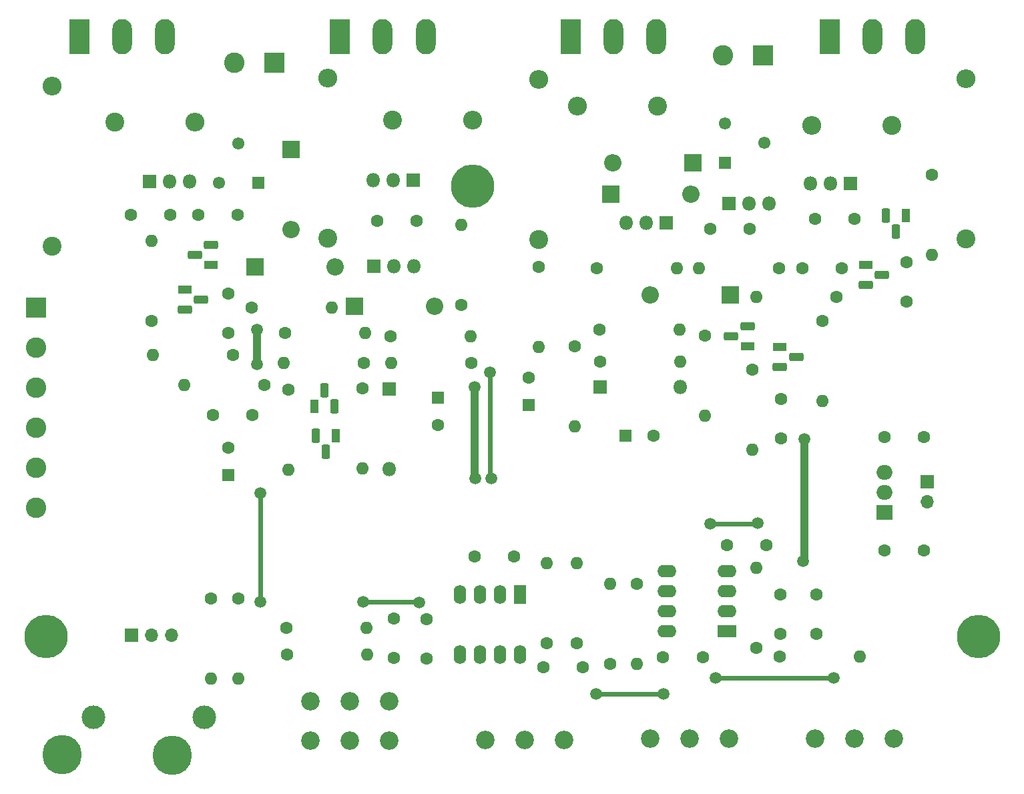
<source format=gbr>
%TF.GenerationSoftware,KiCad,Pcbnew,6.0.0-rc1-unknown-fbdb2bd91f~144~ubuntu20.04.1*%
%TF.CreationDate,2021-12-12T18:35:43-05:00*%
%TF.ProjectId,amplificador_200w_estereo,616d706c-6966-4696-9361-646f725f3230,v0.0.1*%
%TF.SameCoordinates,Original*%
%TF.FileFunction,Copper,L1,Top*%
%TF.FilePolarity,Positive*%
%FSLAX46Y46*%
G04 Gerber Fmt 4.6, Leading zero omitted, Abs format (unit mm)*
G04 Created by KiCad (PCBNEW 6.0.0-rc1-unknown-fbdb2bd91f~144~ubuntu20.04.1) date 2021-12-12 18:35:43*
%MOMM*%
%LPD*%
G01*
G04 APERTURE LIST*
G04 Aperture macros list*
%AMRoundRect*
0 Rectangle with rounded corners*
0 $1 Rounding radius*
0 $2 $3 $4 $5 $6 $7 $8 $9 X,Y pos of 4 corners*
0 Add a 4 corners polygon primitive as box body*
4,1,4,$2,$3,$4,$5,$6,$7,$8,$9,$2,$3,0*
0 Add four circle primitives for the rounded corners*
1,1,$1+$1,$2,$3*
1,1,$1+$1,$4,$5*
1,1,$1+$1,$6,$7*
1,1,$1+$1,$8,$9*
0 Add four rect primitives between the rounded corners*
20,1,$1+$1,$2,$3,$4,$5,0*
20,1,$1+$1,$4,$5,$6,$7,0*
20,1,$1+$1,$6,$7,$8,$9,0*
20,1,$1+$1,$8,$9,$2,$3,0*%
G04 Aperture macros list end*
%TA.AperFunction,ComponentPad*%
%ADD10C,5.500000*%
%TD*%
%TA.AperFunction,ComponentPad*%
%ADD11C,1.600000*%
%TD*%
%TA.AperFunction,ComponentPad*%
%ADD12C,1.550000*%
%TD*%
%TA.AperFunction,ComponentPad*%
%ADD13R,1.550000X1.550000*%
%TD*%
%TA.AperFunction,ComponentPad*%
%ADD14C,5.000000*%
%TD*%
%TA.AperFunction,ComponentPad*%
%ADD15C,3.000000*%
%TD*%
%TA.AperFunction,ComponentPad*%
%ADD16R,1.800000X1.800000*%
%TD*%
%TA.AperFunction,ComponentPad*%
%ADD17O,1.800000X1.800000*%
%TD*%
%TA.AperFunction,ComponentPad*%
%ADD18O,2.400000X2.400000*%
%TD*%
%TA.AperFunction,ComponentPad*%
%ADD19C,2.400000*%
%TD*%
%TA.AperFunction,ComponentPad*%
%ADD20R,1.600000X2.400000*%
%TD*%
%TA.AperFunction,ComponentPad*%
%ADD21O,1.600000X2.400000*%
%TD*%
%TA.AperFunction,ComponentPad*%
%ADD22O,1.600000X1.600000*%
%TD*%
%TA.AperFunction,ComponentPad*%
%ADD23R,1.600000X1.600000*%
%TD*%
%TA.AperFunction,ComponentPad*%
%ADD24O,2.500000X4.500000*%
%TD*%
%TA.AperFunction,ComponentPad*%
%ADD25R,2.500000X4.500000*%
%TD*%
%TA.AperFunction,ComponentPad*%
%ADD26RoundRect,0.275000X-0.625000X0.275000X-0.625000X-0.275000X0.625000X-0.275000X0.625000X0.275000X0*%
%TD*%
%TA.AperFunction,ComponentPad*%
%ADD27R,1.800000X1.100000*%
%TD*%
%TA.AperFunction,ComponentPad*%
%ADD28RoundRect,0.275000X0.625000X-0.275000X0.625000X0.275000X-0.625000X0.275000X-0.625000X-0.275000X0*%
%TD*%
%TA.AperFunction,ComponentPad*%
%ADD29O,2.200000X2.200000*%
%TD*%
%TA.AperFunction,ComponentPad*%
%ADD30R,2.200000X2.200000*%
%TD*%
%TA.AperFunction,ComponentPad*%
%ADD31R,1.700000X1.700000*%
%TD*%
%TA.AperFunction,ComponentPad*%
%ADD32O,1.700000X1.700000*%
%TD*%
%TA.AperFunction,ComponentPad*%
%ADD33R,2.600000X2.600000*%
%TD*%
%TA.AperFunction,ComponentPad*%
%ADD34C,2.600000*%
%TD*%
%TA.AperFunction,ComponentPad*%
%ADD35R,2.000000X1.905000*%
%TD*%
%TA.AperFunction,ComponentPad*%
%ADD36O,2.000000X1.905000*%
%TD*%
%TA.AperFunction,ComponentPad*%
%ADD37C,2.340000*%
%TD*%
%TA.AperFunction,ComponentPad*%
%ADD38R,2.400000X1.600000*%
%TD*%
%TA.AperFunction,ComponentPad*%
%ADD39O,2.400000X1.600000*%
%TD*%
%TA.AperFunction,ComponentPad*%
%ADD40RoundRect,0.275000X0.275000X0.625000X-0.275000X0.625000X-0.275000X-0.625000X0.275000X-0.625000X0*%
%TD*%
%TA.AperFunction,ComponentPad*%
%ADD41R,1.100000X1.800000*%
%TD*%
%TA.AperFunction,ComponentPad*%
%ADD42RoundRect,0.275000X-0.275000X-0.625000X0.275000X-0.625000X0.275000X0.625000X-0.275000X0.625000X0*%
%TD*%
%TA.AperFunction,ViaPad*%
%ADD43C,1.500000*%
%TD*%
%TA.AperFunction,Conductor*%
%ADD44C,0.600000*%
%TD*%
%TA.AperFunction,Conductor*%
%ADD45C,1.000000*%
%TD*%
G04 APERTURE END LIST*
D10*
%TO.P,H3,1*%
%TO.N,N/C*%
X65540000Y-32350000D03*
%TD*%
%TO.P,H2,1*%
%TO.N,N/C*%
X11460000Y-89500000D03*
%TD*%
%TO.P,H1,1*%
%TO.N,N/C*%
X129700000Y-89500000D03*
%TD*%
D11*
%TO.P,C24,1*%
%TO.N,GND*%
X102800000Y-77920000D03*
%TO.P,C24,2*%
%TO.N,-12V*%
X97800000Y-77920000D03*
%TD*%
%TO.P,C23,2*%
%TO.N,GND*%
X79500000Y-93400000D03*
%TO.P,C23,1*%
%TO.N,+12V*%
X74500000Y-93400000D03*
%TD*%
%TO.P,C22,1*%
%TO.N,GND*%
X70800000Y-79400000D03*
%TO.P,C22,2*%
%TO.N,-12V*%
X65800000Y-79400000D03*
%TD*%
%TO.P,C21,1*%
%TO.N,+12V*%
X89730000Y-92130000D03*
%TO.P,C21,2*%
%TO.N,GND*%
X94730000Y-92130000D03*
%TD*%
D12*
%TO.P,RV2,3,3*%
%TO.N,Net-(C12-Pad1)*%
X33382500Y-31975000D03*
%TO.P,RV2,2,2*%
X35882500Y-26975000D03*
D13*
%TO.P,RV2,1,1*%
%TO.N,Net-(D8-Pad1)*%
X38382500Y-31975000D03*
%TD*%
D12*
%TO.P,RV1,3,3*%
%TO.N,Net-(C5-Pad1)*%
X97527500Y-24400000D03*
%TO.P,RV1,2,2*%
X102527500Y-26900000D03*
D13*
%TO.P,RV1,1,1*%
%TO.N,Net-(D4-Pad1)*%
X97527500Y-29400000D03*
%TD*%
D11*
%TO.P,C20,1*%
%TO.N,Net-(J6-Pad1)*%
X117800000Y-64200000D03*
%TO.P,C20,2*%
%TO.N,GND*%
X122800000Y-64200000D03*
%TD*%
%TO.P,C19,1*%
%TO.N,+12V*%
X117800000Y-78600000D03*
%TO.P,C19,2*%
%TO.N,GND*%
X122800000Y-78600000D03*
%TD*%
D14*
%TO.P,J2,3,EXT*%
%TO.N,GND*%
X13500000Y-104500000D03*
D15*
%TO.P,J2,2,IN2*%
%TO.N,/crossover/IN-R*%
X17500000Y-99750000D03*
D14*
%TO.P,J2,3,EXT*%
%TO.N,GND*%
X27500000Y-104600000D03*
D15*
%TO.P,J2,1,IN1*%
%TO.N,/crossover/IN-L*%
X31500000Y-99750000D03*
%TD*%
D16*
%TO.P,Q16,1,B*%
%TO.N,Net-(C12-Pad1)*%
X24600000Y-31800000D03*
D17*
%TO.P,Q16,2,C*%
%TO.N,Net-(C14-Pad2)*%
X27140000Y-31800000D03*
%TO.P,Q16,3,E*%
%TO.N,/channel-b/OUT*%
X29680000Y-31800000D03*
%TD*%
D16*
%TO.P,Q15,1,B*%
%TO.N,Net-(C13-Pad1)*%
X57982500Y-31575000D03*
D17*
%TO.P,Q15,2,C*%
%TO.N,50V*%
X55442500Y-31575000D03*
%TO.P,Q15,3,E*%
%TO.N,Net-(Q15-Pad3)*%
X52902500Y-31575000D03*
%TD*%
D16*
%TO.P,Q7,1,B*%
%TO.N,Net-(C5-Pad1)*%
X113500000Y-32000000D03*
D17*
%TO.P,Q7,2,C*%
%TO.N,Net-(C7-Pad2)*%
X110960000Y-32000000D03*
%TO.P,Q7,3,E*%
%TO.N,/channel-a/OUT*%
X108420000Y-32000000D03*
%TD*%
D16*
%TO.P,Q6,1,B*%
%TO.N,Net-(C6-Pad1)*%
X90122500Y-37050000D03*
D17*
%TO.P,Q6,2,C*%
%TO.N,50V*%
X87582500Y-37050000D03*
%TO.P,Q6,3,E*%
%TO.N,Net-(Q6-Pad3)*%
X85042500Y-37050000D03*
%TD*%
D16*
%TO.P,Q14,1,B*%
%TO.N,Net-(D6-Pad1)*%
X53025000Y-42557500D03*
D17*
%TO.P,Q14,2,C*%
%TO.N,Net-(C13-Pad1)*%
X55565000Y-42557500D03*
%TO.P,Q14,3,E*%
%TO.N,Net-(Q14-Pad3)*%
X58105000Y-42557500D03*
%TD*%
D16*
%TO.P,Q5,1,B*%
%TO.N,Net-(D2-Pad1)*%
X98042500Y-34540000D03*
D17*
%TO.P,Q5,2,C*%
%TO.N,Net-(C6-Pad1)*%
X100582500Y-34540000D03*
%TO.P,Q5,3,E*%
%TO.N,Net-(Q5-Pad3)*%
X103122500Y-34540000D03*
%TD*%
D18*
%TO.P,R29,2*%
%TO.N,Net-(Q17-Pad3)*%
X65525000Y-24012500D03*
D19*
%TO.P,R29,1*%
%TO.N,/channel-b/OUT*%
X55365000Y-24012500D03*
%TD*%
D18*
%TO.P,R13,2*%
%TO.N,Net-(C7-Pad2)*%
X128087500Y-18755000D03*
D19*
%TO.P,R13,1*%
%TO.N,-50V*%
X128087500Y-39075000D03*
%TD*%
D20*
%TO.P,U1,1*%
%TO.N,/channel-b/IN_SIGNAL*%
X71600000Y-84200000D03*
D21*
%TO.P,U1,2,-*%
%TO.N,Net-(R39-Pad1)*%
X69060000Y-84200000D03*
%TO.P,U1,3,+*%
%TO.N,Net-(C17-Pad2)*%
X66520000Y-84200000D03*
%TO.P,U1,4*%
%TO.N,-12V*%
X63980000Y-84200000D03*
%TO.P,U1,5,+*%
%TO.N,GND*%
X63980000Y-91820000D03*
%TO.P,U1,6,-*%
%TO.N,/crossover/pasa-altas/IN*%
X66520000Y-91820000D03*
%TO.P,U1,7*%
%TO.N,/crossover/pasa-bajas/IN_ALL*%
X69060000Y-91820000D03*
%TO.P,U1,8,vcc*%
%TO.N,+12V*%
X71600000Y-91820000D03*
%TD*%
D22*
%TO.P,R2,2*%
%TO.N,-50V*%
X109900000Y-59660000D03*
D11*
%TO.P,R2,1*%
%TO.N,Net-(C5-Pad2)*%
X109900000Y-49500000D03*
%TD*%
%TO.P,C3,2*%
%TO.N,GND*%
X72637500Y-56675000D03*
D23*
%TO.P,C3,1*%
%TO.N,Net-(C3-Pad1)*%
X72637500Y-60175000D03*
%TD*%
D24*
%TO.P,Q9,3,E*%
%TO.N,Net-(Q9-Pad3)*%
X121732500Y-13412500D03*
%TO.P,Q9,2,C*%
%TO.N,/channel-a/OUT*%
X116282500Y-13412500D03*
D25*
%TO.P,Q9,1,B*%
%TO.N,Net-(C7-Pad2)*%
X110832500Y-13412500D03*
%TD*%
D22*
%TO.P,R1,2*%
%TO.N,GND*%
X101052500Y-65805000D03*
D11*
%TO.P,R1,1*%
%TO.N,Net-(C1-Pad1)*%
X101052500Y-55645000D03*
%TD*%
%TO.P,R39,1*%
%TO.N,Net-(R39-Pad1)*%
X78800000Y-90400000D03*
D22*
%TO.P,R39,2*%
%TO.N,GND*%
X78800000Y-80240000D03*
%TD*%
D11*
%TO.P,C4,2*%
%TO.N,Net-(C4-Pad2)*%
X112400000Y-42800000D03*
%TO.P,C4,1*%
%TO.N,Net-(C4-Pad1)*%
X107400000Y-42800000D03*
%TD*%
D26*
%TO.P,Q4,3,B*%
%TO.N,Net-(C5-Pad2)*%
X115400000Y-44940000D03*
%TO.P,Q4,2,C*%
%TO.N,Net-(C5-Pad1)*%
X117470000Y-43670000D03*
D27*
%TO.P,Q4,1,E*%
%TO.N,Net-(Q3-Pad1)*%
X115400000Y-42400000D03*
%TD*%
D11*
%TO.P,R33,1*%
%TO.N,/crossover/pasa-altas/POT_N*%
X104470000Y-92040000D03*
D22*
%TO.P,R33,2*%
%TO.N,GND*%
X114630000Y-92040000D03*
%TD*%
D11*
%TO.P,R34,1*%
%TO.N,/crossover/pasa-altas/OUT*%
X101520000Y-90960000D03*
D22*
%TO.P,R34,2*%
%TO.N,Net-(C15-Pad1)*%
X101520000Y-80800000D03*
%TD*%
D11*
%TO.P,C18,1*%
%TO.N,/channel-b/IN_SIGNAL*%
X59740000Y-87300000D03*
%TO.P,C18,2*%
%TO.N,Net-(C18-Pad2)*%
X59740000Y-92300000D03*
%TD*%
D28*
%TO.P,Q2,3,B*%
%TO.N,Net-(Q2-Pad3)*%
X100407500Y-50165000D03*
%TO.P,Q2,2,C*%
%TO.N,Net-(C4-Pad1)*%
X98337500Y-51435000D03*
D27*
%TO.P,Q2,1,E*%
%TO.N,Net-(Q1-Pad1)*%
X100407500Y-52705000D03*
%TD*%
D29*
%TO.P,D3,2,A*%
%TO.N,Net-(C6-Pad1)*%
X93262500Y-33395000D03*
D30*
%TO.P,D3,1,K*%
%TO.N,Net-(D3-Pad1)*%
X83102500Y-33395000D03*
%TD*%
D29*
%TO.P,D8,2,A*%
%TO.N,Net-(D7-Pad1)*%
X42565000Y-37892500D03*
D30*
%TO.P,D8,1,K*%
%TO.N,Net-(D8-Pad1)*%
X42565000Y-27732500D03*
%TD*%
D31*
%TO.P,J5,1,Pin_1*%
%TO.N,/crossover/IN-R*%
X22275000Y-89375000D03*
D32*
%TO.P,J5,2,Pin_2*%
%TO.N,/crossover/IN-L*%
X24815000Y-89375000D03*
%TO.P,J5,3,Pin_3*%
%TO.N,GND*%
X27355000Y-89375000D03*
%TD*%
D29*
%TO.P,D2,2,A*%
%TO.N,Net-(D2-Pad2)*%
X88072500Y-46145000D03*
D30*
%TO.P,D2,1,K*%
%TO.N,Net-(D2-Pad1)*%
X98232500Y-46145000D03*
%TD*%
D11*
%TO.P,C12,2*%
%TO.N,Net-(C12-Pad2)*%
X35782500Y-35975000D03*
%TO.P,C12,1*%
%TO.N,Net-(C12-Pad1)*%
X30782500Y-35975000D03*
%TD*%
D17*
%TO.P,D5,2,A*%
%TO.N,GND*%
X54965000Y-68292500D03*
D16*
%TO.P,D5,1,K*%
%TO.N,Net-(C9-Pad1)*%
X54965000Y-58132500D03*
%TD*%
D18*
%TO.P,R14,2*%
%TO.N,Net-(Q8-Pad3)*%
X78822500Y-22195000D03*
D19*
%TO.P,R14,1*%
%TO.N,/channel-a/OUT*%
X88982500Y-22195000D03*
%TD*%
D11*
%TO.P,C1,2*%
%TO.N,/channel-a/IN_SIGNAL*%
X104677500Y-64400000D03*
%TO.P,C1,1*%
%TO.N,Net-(C1-Pad1)*%
X104677500Y-59400000D03*
%TD*%
D22*
%TO.P,R16,2*%
%TO.N,GND*%
X42182500Y-68335000D03*
D11*
%TO.P,R16,1*%
%TO.N,Net-(C8-Pad1)*%
X42182500Y-58175000D03*
%TD*%
D22*
%TO.P,R21,2*%
%TO.N,Net-(C10-Pad1)*%
X51565000Y-68162500D03*
D11*
%TO.P,R21,1*%
%TO.N,Net-(Q11-Pad3)*%
X51565000Y-58002500D03*
%TD*%
D22*
%TO.P,R9,2*%
%TO.N,Net-(D2-Pad1)*%
X101502500Y-46395000D03*
D11*
%TO.P,R9,1*%
%TO.N,Net-(C4-Pad2)*%
X111662500Y-46395000D03*
%TD*%
D33*
%TO.P,J1,1,Pin_1*%
%TO.N,-50V*%
X10200000Y-47800000D03*
D34*
%TO.P,J1,2,Pin_2*%
%TO.N,50V*%
X10200000Y-52880000D03*
%TO.P,J1,3,Pin_3*%
%TO.N,GND*%
X10200000Y-57960000D03*
%TO.P,J1,4,Pin_4*%
X10200000Y-63040000D03*
%TO.P,J1,5,Pin_5*%
%TO.N,-12V*%
X10200000Y-68120000D03*
%TO.P,J1,6,Pin_6*%
%TO.N,+12V*%
X10200000Y-73200000D03*
%TD*%
D22*
%TO.P,R18,2*%
%TO.N,Net-(C9-Pad1)*%
X55195000Y-54812500D03*
D11*
%TO.P,R18,1*%
%TO.N,50V*%
X65355000Y-54812500D03*
%TD*%
D29*
%TO.P,D7,2,A*%
%TO.N,Net-(C13-Pad1)*%
X48125000Y-42612500D03*
D30*
%TO.P,D7,1,K*%
%TO.N,Net-(D7-Pad1)*%
X37965000Y-42612500D03*
%TD*%
D26*
%TO.P,Q12,3,B*%
%TO.N,Net-(C11-Pad1)*%
X29062500Y-48045000D03*
%TO.P,Q12,2,C*%
%TO.N,Net-(C11-Pad2)*%
X31132500Y-46775000D03*
D27*
%TO.P,Q12,1,E*%
%TO.N,Net-(Q12-Pad1)*%
X29062500Y-45505000D03*
%TD*%
D22*
%TO.P,R23,2*%
%TO.N,50V*%
X64155000Y-37262500D03*
D11*
%TO.P,R23,1*%
%TO.N,Net-(D6-Pad2)*%
X64155000Y-47422500D03*
%TD*%
%TO.P,R38,1*%
%TO.N,Net-(R38-Pad1)*%
X42000000Y-91800000D03*
D22*
%TO.P,R38,2*%
%TO.N,Net-(C18-Pad2)*%
X52160000Y-91800000D03*
%TD*%
D24*
%TO.P,Q17,3,E*%
%TO.N,Net-(Q17-Pad3)*%
X59615000Y-13412500D03*
%TO.P,Q17,2,C*%
%TO.N,50V*%
X54165000Y-13412500D03*
D25*
%TO.P,Q17,1,B*%
%TO.N,Net-(Q15-Pad3)*%
X48715000Y-13412500D03*
%TD*%
D22*
%TO.P,R19,2*%
%TO.N,Net-(Q10-Pad1)*%
X41595000Y-54812500D03*
D11*
%TO.P,R19,1*%
%TO.N,Net-(C9-Pad1)*%
X51755000Y-54812500D03*
%TD*%
D25*
%TO.P,Q18,1,B*%
%TO.N,Net-(C14-Pad2)*%
X15665000Y-13412500D03*
D24*
%TO.P,Q18,2,C*%
%TO.N,/channel-b/OUT*%
X21115000Y-13412500D03*
%TO.P,Q18,3,E*%
%TO.N,Net-(Q18-Pad3)*%
X26565000Y-13412500D03*
%TD*%
D29*
%TO.P,D4,2,A*%
%TO.N,Net-(D3-Pad1)*%
X83302500Y-29395000D03*
D30*
%TO.P,D4,1,K*%
%TO.N,Net-(D4-Pad1)*%
X93462500Y-29395000D03*
%TD*%
D11*
%TO.P,R36,1*%
%TO.N,/crossover/pasa-altas/OUT*%
X83000000Y-93000000D03*
D22*
%TO.P,R36,2*%
%TO.N,Net-(R35-Pad1)*%
X83000000Y-82840000D03*
%TD*%
%TO.P,R17,2*%
%TO.N,-50V*%
X29022500Y-57575000D03*
D11*
%TO.P,R17,1*%
%TO.N,Net-(C12-Pad2)*%
X39182500Y-57575000D03*
%TD*%
%TO.P,C6,1*%
%TO.N,Net-(C6-Pad1)*%
X100682500Y-37795000D03*
%TO.P,C6,2*%
%TO.N,50V*%
X95682500Y-37795000D03*
%TD*%
D31*
%TO.P,J6,1,Pin_1*%
%TO.N,Net-(J6-Pad1)*%
X123225000Y-69850000D03*
D32*
%TO.P,J6,2,Pin_2*%
%TO.N,GND*%
X123225000Y-72390000D03*
%TD*%
D35*
%TO.P,U3,1,IN*%
%TO.N,+12V*%
X117800000Y-73752500D03*
D36*
%TO.P,U3,2,GND*%
%TO.N,GND*%
X117800000Y-71212500D03*
%TO.P,U3,3,OUT*%
%TO.N,Net-(J6-Pad1)*%
X117800000Y-68672500D03*
%TD*%
D34*
%TO.P,J4,2,Pin_2*%
%TO.N,/channel-b/OUT*%
X35320000Y-16717500D03*
D33*
%TO.P,J4,1,Pin_1*%
%TO.N,GND*%
X40400000Y-16717500D03*
%TD*%
D37*
%TO.P,RV3,1,1*%
%TO.N,/crossover/pasa-bajas/IN_ALL*%
X67200000Y-102600000D03*
%TO.P,RV3,2,2*%
%TO.N,/crossover/pasa-altas/IN*%
X72200000Y-102600000D03*
%TO.P,RV3,3,3*%
%TO.N,unconnected-(RV3-Pad3)*%
X77200000Y-102600000D03*
%TD*%
D29*
%TO.P,D6,2,A*%
%TO.N,Net-(D6-Pad2)*%
X60715000Y-47612500D03*
D30*
%TO.P,D6,1,K*%
%TO.N,Net-(D6-Pad1)*%
X50555000Y-47612500D03*
%TD*%
D11*
%TO.P,R35,1*%
%TO.N,Net-(R35-Pad1)*%
X86400000Y-82800000D03*
D22*
%TO.P,R35,2*%
%TO.N,GND*%
X86400000Y-92960000D03*
%TD*%
D17*
%TO.P,D1,2,A*%
%TO.N,GND*%
X91912500Y-57875000D03*
D16*
%TO.P,D1,1,K*%
%TO.N,Net-(C2-Pad1)*%
X81752500Y-57875000D03*
%TD*%
D18*
%TO.P,R30,2*%
%TO.N,Net-(Q18-Pad3)*%
X30360000Y-24200000D03*
D19*
%TO.P,R30,1*%
%TO.N,-50V*%
X20200000Y-24200000D03*
%TD*%
D18*
%TO.P,R27,2*%
%TO.N,Net-(Q15-Pad3)*%
X47165000Y-18692500D03*
D19*
%TO.P,R27,1*%
%TO.N,/channel-b/OUT*%
X47165000Y-39012500D03*
%TD*%
D25*
%TO.P,Q8,1,B*%
%TO.N,Net-(Q6-Pad3)*%
X77982500Y-13412500D03*
D24*
%TO.P,Q8,2,C*%
%TO.N,50V*%
X83432500Y-13412500D03*
%TO.P,Q8,3,E*%
%TO.N,Net-(Q8-Pad3)*%
X88882500Y-13412500D03*
%TD*%
D22*
%TO.P,R6,2*%
%TO.N,Net-(C3-Pad1)*%
X78552500Y-62880000D03*
D11*
%TO.P,R6,1*%
%TO.N,Net-(Q2-Pad3)*%
X78552500Y-52720000D03*
%TD*%
D22*
%TO.P,R22,2*%
%TO.N,Net-(Q11-Pad3)*%
X51915000Y-51017500D03*
D11*
%TO.P,R22,1*%
%TO.N,/channel-b/OUT*%
X41755000Y-51017500D03*
%TD*%
D38*
%TO.P,U2,1*%
%TO.N,/crossover/pasa-altas/OUT*%
X97800000Y-88800000D03*
D39*
%TO.P,U2,2,-*%
%TO.N,Net-(R35-Pad1)*%
X97800000Y-86260000D03*
%TO.P,U2,3,+*%
%TO.N,/crossover/pasa-altas/POT_P*%
X97800000Y-83720000D03*
%TO.P,U2,4*%
%TO.N,-12V*%
X97800000Y-81180000D03*
%TO.P,U2,5*%
%TO.N,N/C*%
X90180000Y-81180000D03*
%TO.P,U2,6*%
X90180000Y-83720000D03*
%TO.P,U2,7*%
X90180000Y-86260000D03*
%TO.P,U2,8,vcc*%
%TO.N,+12V*%
X90180000Y-88800000D03*
%TD*%
D11*
%TO.P,R40,1*%
%TO.N,/channel-b/IN_SIGNAL*%
X75000000Y-90400000D03*
D22*
%TO.P,R40,2*%
%TO.N,Net-(R39-Pad1)*%
X75000000Y-80240000D03*
%TD*%
%TO.P,R26,2*%
%TO.N,50V*%
X65315000Y-51412500D03*
D11*
%TO.P,R26,1*%
%TO.N,Net-(Q14-Pad3)*%
X55155000Y-51412500D03*
%TD*%
D40*
%TO.P,Q10,3,B*%
%TO.N,Net-(C8-Pad1)*%
X45625000Y-64012500D03*
%TO.P,Q10,2,C*%
%TO.N,Net-(C12-Pad2)*%
X46895000Y-66082500D03*
D41*
%TO.P,Q10,1,E*%
%TO.N,Net-(Q10-Pad1)*%
X48165000Y-64012500D03*
%TD*%
D18*
%TO.P,R28,2*%
%TO.N,Net-(C14-Pad2)*%
X12200000Y-19680000D03*
D19*
%TO.P,R28,1*%
%TO.N,-50V*%
X12200000Y-40000000D03*
%TD*%
D27*
%TO.P,Q13,1,E*%
%TO.N,Net-(Q12-Pad1)*%
X32400000Y-42400000D03*
D28*
%TO.P,Q13,2,C*%
%TO.N,Net-(C12-Pad1)*%
X30330000Y-41130000D03*
%TO.P,Q13,3,B*%
%TO.N,Net-(C12-Pad2)*%
X32400000Y-39860000D03*
%TD*%
D11*
%TO.P,C11,2*%
%TO.N,Net-(C11-Pad2)*%
X34582500Y-45975000D03*
%TO.P,C11,1*%
%TO.N,Net-(C11-Pad1)*%
X34582500Y-50975000D03*
%TD*%
D37*
%TO.P,RV6,1,1*%
%TO.N,Net-(R37-Pad1)*%
X45000000Y-102750000D03*
%TO.P,RV6,2,2*%
%TO.N,Net-(C18-Pad2)*%
X50000000Y-102750000D03*
%TO.P,RV6,3,3*%
%TO.N,unconnected-(RV6-Pad3)*%
X55000000Y-102750000D03*
%TO.P,RV6,4,4*%
%TO.N,Net-(R38-Pad1)*%
X45000000Y-97750000D03*
%TO.P,RV6,5,5*%
%TO.N,Net-(C17-Pad2)*%
X50000000Y-97750000D03*
%TO.P,RV6,6,6*%
%TO.N,unconnected-(RV6-Pad6)*%
X55000000Y-97750000D03*
%TD*%
D22*
%TO.P,R11,2*%
%TO.N,50V*%
X94302500Y-42795000D03*
D11*
%TO.P,R11,1*%
%TO.N,Net-(Q5-Pad3)*%
X104462500Y-42795000D03*
%TD*%
%TO.P,C17,1*%
%TO.N,GND*%
X55550000Y-92260000D03*
%TO.P,C17,2*%
%TO.N,Net-(C17-Pad2)*%
X55550000Y-87260000D03*
%TD*%
%TO.P,C8,2*%
%TO.N,/channel-b/IN_SIGNAL*%
X32582500Y-61375000D03*
%TO.P,C8,1*%
%TO.N,Net-(C8-Pad1)*%
X37582500Y-61375000D03*
%TD*%
D26*
%TO.P,Q1,3,B*%
%TO.N,Net-(C1-Pad1)*%
X104532500Y-55295000D03*
%TO.P,Q1,2,C*%
%TO.N,Net-(C5-Pad2)*%
X106602500Y-54025000D03*
D27*
%TO.P,Q1,1,E*%
%TO.N,Net-(Q1-Pad1)*%
X104532500Y-52755000D03*
%TD*%
D42*
%TO.P,Q11,3,B*%
%TO.N,Net-(Q11-Pad3)*%
X48035000Y-60332500D03*
%TO.P,Q11,2,C*%
%TO.N,Net-(C11-Pad1)*%
X46765000Y-58262500D03*
D41*
%TO.P,Q11,1,E*%
%TO.N,Net-(Q10-Pad1)*%
X45495000Y-60332500D03*
%TD*%
D22*
%TO.P,R7,2*%
%TO.N,Net-(Q2-Pad3)*%
X73957500Y-52775000D03*
D11*
%TO.P,R7,1*%
%TO.N,/channel-a/OUT*%
X73957500Y-42615000D03*
%TD*%
%TO.P,C13,2*%
%TO.N,50V*%
X58465000Y-36812500D03*
%TO.P,C13,1*%
%TO.N,Net-(C13-Pad1)*%
X53465000Y-36812500D03*
%TD*%
D22*
%TO.P,R24,2*%
%TO.N,Net-(D6-Pad1)*%
X47715000Y-47817500D03*
D11*
%TO.P,R24,1*%
%TO.N,Net-(C11-Pad2)*%
X37555000Y-47817500D03*
%TD*%
D19*
%TO.P,R12,1*%
%TO.N,/channel-a/OUT*%
X73982500Y-39155000D03*
D18*
%TO.P,R12,2*%
%TO.N,Net-(Q6-Pad3)*%
X73982500Y-18835000D03*
%TD*%
D11*
%TO.P,R31,1*%
%TO.N,/crossover/IN-L*%
X35800000Y-84720000D03*
D22*
%TO.P,R31,2*%
%TO.N,/crossover/pasa-altas/IN*%
X35800000Y-94880000D03*
%TD*%
%TO.P,R5,2*%
%TO.N,-50V*%
X95027500Y-61480000D03*
D11*
%TO.P,R5,1*%
%TO.N,Net-(C4-Pad1)*%
X95027500Y-51320000D03*
%TD*%
D37*
%TO.P,RV5,1,1*%
%TO.N,GND*%
X88100000Y-102500000D03*
%TO.P,RV5,2,2*%
%TO.N,/channel-a/IN_SIGNAL*%
X93100000Y-102500000D03*
%TO.P,RV5,3,3*%
%TO.N,/crossover/pasa-altas/OUT*%
X98100000Y-102500000D03*
%TD*%
%TO.P,RV4,1,1*%
%TO.N,/crossover/pasa-altas/POT_N*%
X109000000Y-102500000D03*
%TO.P,RV4,2,2*%
%TO.N,/crossover/pasa-altas/POT_P*%
X114000000Y-102500000D03*
%TO.P,RV4,3,3*%
%TO.N,unconnected-(RV4-Pad3)*%
X119000000Y-102500000D03*
%TD*%
D22*
%TO.P,R4,2*%
%TO.N,Net-(Q1-Pad1)*%
X91887500Y-54600000D03*
D11*
%TO.P,R4,1*%
%TO.N,Net-(C2-Pad1)*%
X81727500Y-54600000D03*
%TD*%
%TO.P,C10,2*%
%TO.N,GND*%
X34582500Y-65527651D03*
D23*
%TO.P,C10,1*%
%TO.N,Net-(C10-Pad1)*%
X34582500Y-69027651D03*
%TD*%
D11*
%TO.P,C16,1*%
%TO.N,/crossover/pasa-altas/POT_P*%
X104600000Y-89200000D03*
%TO.P,C16,2*%
%TO.N,Net-(C15-Pad1)*%
X104600000Y-84200000D03*
%TD*%
%TO.P,R37,1*%
%TO.N,Net-(R37-Pad1)*%
X41970000Y-88410000D03*
D22*
%TO.P,R37,2*%
%TO.N,/crossover/pasa-bajas/IN_ALL*%
X52130000Y-88410000D03*
%TD*%
D11*
%TO.P,C7,2*%
%TO.N,Net-(C7-Pad2)*%
X109000000Y-36500000D03*
%TO.P,C7,1*%
%TO.N,Net-(C5-Pad1)*%
X114000000Y-36500000D03*
%TD*%
D22*
%TO.P,R20,2*%
%TO.N,-50V*%
X25022500Y-53775000D03*
D11*
%TO.P,R20,1*%
%TO.N,Net-(C11-Pad1)*%
X35182500Y-53775000D03*
%TD*%
D18*
%TO.P,R15,2*%
%TO.N,Net-(Q9-Pad3)*%
X108602500Y-24675000D03*
D19*
%TO.P,R15,1*%
%TO.N,-50V*%
X118762500Y-24675000D03*
%TD*%
D22*
%TO.P,R8,2*%
%TO.N,50V*%
X91462500Y-42795000D03*
D11*
%TO.P,R8,1*%
%TO.N,Net-(D2-Pad2)*%
X81302500Y-42795000D03*
%TD*%
D22*
%TO.P,R25,2*%
%TO.N,Net-(Q12-Pad1)*%
X24800000Y-39320000D03*
D11*
%TO.P,R25,1*%
%TO.N,-50V*%
X24800000Y-49480000D03*
%TD*%
D40*
%TO.P,Q3,3,B*%
%TO.N,Net-(C4-Pad1)*%
X117930000Y-36080000D03*
%TO.P,Q3,2,C*%
%TO.N,Net-(C4-Pad2)*%
X119200000Y-38150000D03*
D41*
%TO.P,Q3,1,E*%
%TO.N,Net-(Q3-Pad1)*%
X120470000Y-36080000D03*
%TD*%
D11*
%TO.P,C5,2*%
%TO.N,Net-(C5-Pad2)*%
X120600000Y-47000000D03*
%TO.P,C5,1*%
%TO.N,Net-(C5-Pad1)*%
X120600000Y-42000000D03*
%TD*%
%TO.P,C9,2*%
%TO.N,GND*%
X61182500Y-62675000D03*
D23*
%TO.P,C9,1*%
%TO.N,Net-(C9-Pad1)*%
X61182500Y-59175000D03*
%TD*%
D11*
%TO.P,C14,2*%
%TO.N,Net-(C14-Pad2)*%
X27200000Y-36000000D03*
%TO.P,C14,1*%
%TO.N,Net-(C12-Pad1)*%
X22200000Y-36000000D03*
%TD*%
D22*
%TO.P,R3,2*%
%TO.N,Net-(C2-Pad1)*%
X91837500Y-50575000D03*
D11*
%TO.P,R3,1*%
%TO.N,50V*%
X81677500Y-50575000D03*
%TD*%
%TO.P,C15,1*%
%TO.N,Net-(C15-Pad1)*%
X109200000Y-84200000D03*
%TO.P,C15,2*%
%TO.N,/crossover/pasa-altas/IN*%
X109200000Y-89200000D03*
%TD*%
D22*
%TO.P,R10,2*%
%TO.N,Net-(Q3-Pad1)*%
X123800000Y-41080000D03*
D11*
%TO.P,R10,1*%
%TO.N,-50V*%
X123800000Y-30920000D03*
%TD*%
D33*
%TO.P,J3,1,Pin_1*%
%TO.N,GND*%
X102400000Y-15800000D03*
D34*
%TO.P,J3,2,Pin_2*%
%TO.N,/channel-a/OUT*%
X97320000Y-15800000D03*
%TD*%
D11*
%TO.P,R32,1*%
%TO.N,/crossover/IN-R*%
X32400000Y-84710000D03*
D22*
%TO.P,R32,2*%
%TO.N,/crossover/pasa-altas/IN*%
X32400000Y-94870000D03*
%TD*%
D11*
%TO.P,C2,2*%
%TO.N,GND*%
X88474849Y-64075000D03*
D23*
%TO.P,C2,1*%
%TO.N,Net-(C2-Pad1)*%
X84974849Y-64075000D03*
%TD*%
D43*
%TO.N,50V*%
X67890000Y-69440000D03*
X67800000Y-56000000D03*
%TO.N,+12V*%
X101720000Y-75150000D03*
X95660000Y-75190000D03*
%TO.N,/channel-b/IN_SIGNAL*%
X51660000Y-85150000D03*
X58800000Y-85179500D03*
X38630000Y-85140000D03*
X38630000Y-71340011D03*
%TO.N,/channel-a/IN_SIGNAL*%
X107600000Y-64470000D03*
X107510000Y-79960000D03*
%TO.N,50V*%
X65920000Y-69460000D03*
X65850000Y-57880000D03*
%TO.N,/channel-a/IN_SIGNAL*%
X96350000Y-94730000D03*
X111390000Y-94740000D03*
%TO.N,Net-(C12-Pad2)*%
X38182500Y-54975000D03*
X38200000Y-50600000D03*
%TO.N,+12V*%
X89800000Y-96800000D03*
X81200000Y-96800000D03*
%TD*%
D44*
%TO.N,/channel-b/IN_SIGNAL*%
X38630000Y-71340011D02*
X38630000Y-85140000D01*
%TO.N,50V*%
X67800000Y-69350000D02*
X67890000Y-69440000D01*
X67800000Y-56000000D02*
X67800000Y-69350000D01*
D45*
X65850000Y-57880000D02*
X65850000Y-69390000D01*
X65850000Y-69390000D02*
X65920000Y-69460000D01*
D44*
%TO.N,+12V*%
X95660000Y-75190000D02*
X101680000Y-75190000D01*
X101680000Y-75190000D02*
X101720000Y-75150000D01*
D45*
%TO.N,/channel-a/IN_SIGNAL*%
X107600000Y-64470000D02*
X107600000Y-79870000D01*
D44*
%TO.N,+12V*%
X89800000Y-96800000D02*
X81200000Y-96800000D01*
D45*
%TO.N,Net-(C12-Pad2)*%
X38182500Y-50617500D02*
X38200000Y-50600000D01*
X38182500Y-54975000D02*
X38182500Y-50617500D01*
D44*
%TO.N,/channel-b/IN_SIGNAL*%
X58740500Y-85120000D02*
X58800000Y-85179500D01*
X51690000Y-85120000D02*
X58740500Y-85120000D01*
X51660000Y-85150000D02*
X51690000Y-85120000D01*
%TO.N,/channel-a/IN_SIGNAL*%
X111380000Y-94730000D02*
X111390000Y-94740000D01*
X96350000Y-94730000D02*
X111380000Y-94730000D01*
D45*
X107600000Y-79870000D02*
X107510000Y-79960000D01*
%TD*%
M02*

</source>
